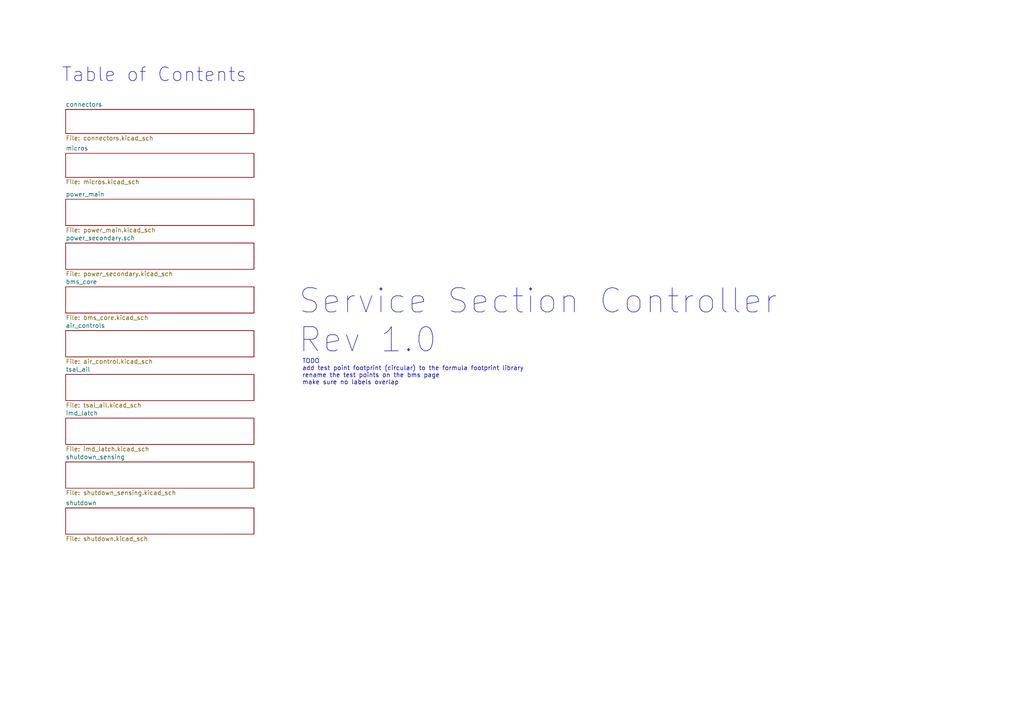
<source format=kicad_sch>
(kicad_sch (version 20211123) (generator eeschema)
  (paper "A4")
  (lib_symbols)
  (text "Table of Contents" (at 17.78 24.13 0) (effects (font (size 3.9878 3.9878)) (justify left bottom)))
  (text "Service Section Controller\nRev 1.0" (at 86.36 102.87 0) (effects (font (size 7.0104 7.0104)) (justify left bottom)))
  (text "TODO\nadd test point footprint (circular) to the formula footprint library\nrename the test points on the bms page \nmake sure no labels overlap" (at 87.63 111.76 0) (effects (font (size 1.27 1.27)) (justify left bottom)))
  (sheet (at 19.05 57.785) (size 54.61 7.62)
    (property "Sheet name" "power_main" (at 19.05 57.0734 0) (effects (justify left bottom)))
    (property "Sheet file" "power_main.kicad_sch" (at 19.05 65.9896 0) (effects (justify left top)))
  )
  (sheet (at 19.05 70.485) (size 54.61 7.62)
    (property "Sheet name" "power_secondary.sch" (at 19.05 69.7734 0) (effects (justify left bottom)))
    (property "Sheet file" "power_secondary.kicad_sch" (at 19.05 78.6896 0) (effects (justify left top)))
  )
  (sheet (at 19.05 121.285) (size 54.61 7.62)
    (property "Sheet name" "imd_latch" (at 19.05 120.5734 0) (effects (justify left bottom)))
    (property "Sheet file" "imd_latch.kicad_sch" (at 19.05 129.4896 0) (effects (justify left top)))
  )
  (sheet (at 19.05 31.75) (size 54.61 6.985)
    (property "Sheet name" "connectors" (at 19.05 31.0384 0) (effects (justify left bottom)))
    (property "Sheet file" "connectors.kicad_sch" (at 19.05 39.3196 0) (effects (justify left top)))
  )
  (sheet (at 19.05 133.985) (size 54.61 7.62)
    (property "Sheet name" "shutdown_sensing" (at 19.05 133.2734 0) (effects (justify left bottom)))
    (property "Sheet file" "shutdown_sensing.kicad_sch" (at 19.05 142.1896 0) (effects (justify left top)))
  )
  (sheet (at 19.05 108.585) (size 54.61 7.62)
    (property "Sheet name" "tsal_ail" (at 19.05 107.8734 0) (effects (justify left bottom)))
    (property "Sheet file" "tsal_ail.kicad_sch" (at 19.05 116.7896 0) (effects (justify left top)))
  )
  (sheet (at 19.05 83.185) (size 54.61 7.62)
    (property "Sheet name" "bms_core" (at 19.05 82.4734 0) (effects (justify left bottom)))
    (property "Sheet file" "bms_core.kicad_sch" (at 19.05 91.3896 0) (effects (justify left top)))
  )
  (sheet (at 19.05 95.885) (size 54.61 7.62)
    (property "Sheet name" "air_controls" (at 19.05 95.1734 0) (effects (justify left bottom)))
    (property "Sheet file" "air_control.kicad_sch" (at 19.05 104.0896 0) (effects (justify left top)))
  )
  (sheet (at 19.05 44.45) (size 54.61 6.985)
    (property "Sheet name" "micros" (at 19.05 43.7384 0) (effects (justify left bottom)))
    (property "Sheet file" "micros.kicad_sch" (at 19.05 52.0196 0) (effects (justify left top)))
  )
  (sheet (at 19.05 147.32) (size 54.61 7.62)
    (property "Sheet name" "shutdown" (at 19.05 146.6084 0) (effects (justify left bottom)))
    (property "Sheet file" "shutdown.kicad_sch" (at 19.05 155.5246 0) (effects (justify left top)))
  )
)
</source>
